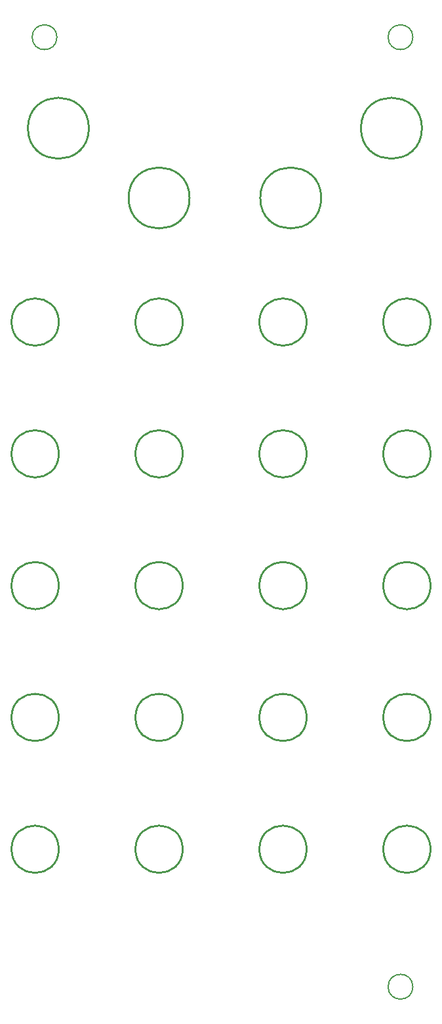
<source format=gko>
G04 Layer_Color=16711935*
%FSLAX25Y25*%
%MOIN*%
G70*
G01*
G75*
%ADD11C,0.00500*%
%ADD12C,0.01000*%
D11*
X-23228Y-503583D02*
G03*
X-23228Y-503583I-6299J0D01*
G01*
X-204173Y-21417D02*
G03*
X-204173Y-21417I-6299J0D01*
G01*
X-23228D02*
G03*
X-23228Y-21417I-6299J0D01*
G01*
D12*
X-187927Y-67618D02*
G03*
X-187927Y-67618I-15500J0D01*
G01*
X-18636D02*
G03*
X-18636Y-67618I-15500J0D01*
G01*
X-136746Y-103051D02*
G03*
X-136746Y-103051I-15500J0D01*
G01*
X-69817D02*
G03*
X-69817Y-103051I-15500J0D01*
G01*
X-203230Y-166043D02*
G03*
X-203230Y-166043I-12008J0D01*
G01*
Y-232972D02*
G03*
X-203230Y-232972I-12008J0D01*
G01*
Y-299902D02*
G03*
X-203230Y-299902I-12008J0D01*
G01*
Y-366831D02*
G03*
X-203230Y-366831I-12008J0D01*
G01*
Y-433760D02*
G03*
X-203230Y-433760I-12008J0D01*
G01*
X-140238Y-166043D02*
G03*
X-140238Y-166043I-12008J0D01*
G01*
Y-232972D02*
G03*
X-140238Y-232972I-12008J0D01*
G01*
Y-299902D02*
G03*
X-140238Y-299902I-12008J0D01*
G01*
Y-366831D02*
G03*
X-140238Y-366831I-12008J0D01*
G01*
Y-433760D02*
G03*
X-140238Y-433760I-12008J0D01*
G01*
X-77246Y-166043D02*
G03*
X-77246Y-166043I-12008J0D01*
G01*
Y-232972D02*
G03*
X-77246Y-232972I-12008J0D01*
G01*
Y-299902D02*
G03*
X-77246Y-299902I-12008J0D01*
G01*
Y-366831D02*
G03*
X-77246Y-366831I-12008J0D01*
G01*
Y-433760D02*
G03*
X-77246Y-433760I-12008J0D01*
G01*
X-14254Y-166043D02*
G03*
X-14254Y-166043I-12008J0D01*
G01*
Y-232972D02*
G03*
X-14254Y-232972I-12008J0D01*
G01*
Y-299902D02*
G03*
X-14254Y-299902I-12008J0D01*
G01*
Y-366831D02*
G03*
X-14254Y-366831I-12008J0D01*
G01*
Y-433760D02*
G03*
X-14254Y-433760I-12008J0D01*
G01*
M02*

</source>
